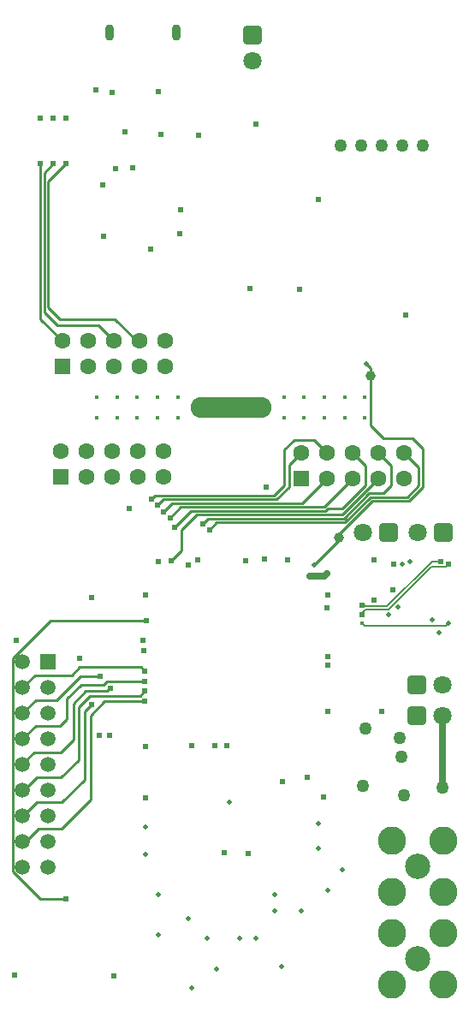
<source format=gbl>
G04*
G04 #@! TF.GenerationSoftware,Altium Limited,Altium Designer,20.0.13 (296)*
G04*
G04 Layer_Physical_Order=4*
G04 Layer_Color=16711680*
%FSLAX25Y25*%
%MOIN*%
G70*
G01*
G75*
%ADD10C,0.01000*%
%ADD63C,0.01025*%
%ADD64C,0.00500*%
%ADD69C,0.03937*%
%ADD93C,0.02500*%
G04:AMPARAMS|DCode=97|XSize=70.87mil|YSize=70.87mil|CornerRadius=8.86mil|HoleSize=0mil|Usage=FLASHONLY|Rotation=0.000|XOffset=0mil|YOffset=0mil|HoleType=Round|Shape=RoundedRectangle|*
%AMROUNDEDRECTD97*
21,1,0.07087,0.05315,0,0,0.0*
21,1,0.05315,0.07087,0,0,0.0*
1,1,0.01772,0.02657,-0.02657*
1,1,0.01772,-0.02657,-0.02657*
1,1,0.01772,-0.02657,0.02657*
1,1,0.01772,0.02657,0.02657*
%
%ADD97ROUNDEDRECTD97*%
%ADD98C,0.07087*%
%ADD99C,0.09843*%
%ADD100C,0.11024*%
%ADD101C,0.01575*%
%ADD102O,0.31496X0.08268*%
%ADD103O,0.03543X0.06299*%
%ADD104C,0.05906*%
%ADD105R,0.05906X0.05906*%
%ADD106C,0.06299*%
%ADD107R,0.06299X0.06299*%
G04:AMPARAMS|DCode=108|XSize=70.87mil|YSize=70.87mil|CornerRadius=8.86mil|HoleSize=0mil|Usage=FLASHONLY|Rotation=270.000|XOffset=0mil|YOffset=0mil|HoleType=Round|Shape=RoundedRectangle|*
%AMROUNDEDRECTD108*
21,1,0.07087,0.05315,0,0,270.0*
21,1,0.05315,0.07087,0,0,270.0*
1,1,0.01772,-0.02657,-0.02657*
1,1,0.01772,-0.02657,0.02657*
1,1,0.01772,0.02657,0.02657*
1,1,0.01772,0.02657,-0.02657*
%
%ADD108ROUNDEDRECTD108*%
%ADD109C,0.02400*%
%ADD110C,0.02000*%
%ADD111C,0.01968*%
%ADD112C,0.05000*%
%ADD113C,0.01772*%
D10*
X3547Y59363D02*
X14210Y48700D01*
X24400D01*
X18205Y157295D02*
X55795D01*
X3547Y142637D02*
X18205Y157295D01*
X3547Y59363D02*
Y142637D01*
X143100Y233200D02*
X148000Y228300D01*
X141500Y257200D02*
X143100Y255600D01*
Y233200D02*
Y255600D01*
X148000Y228300D02*
X159200D01*
X163300Y224200D01*
X157921Y203800D02*
X163300Y209179D01*
Y224200D01*
X130692Y190807D02*
X143685Y203800D01*
X157921D01*
X121000Y178700D02*
X130692Y188392D01*
Y190807D01*
X17500Y279000D02*
X21875Y274625D01*
X43375D01*
X17500Y279000D02*
Y328000D01*
X21000Y272000D02*
X37000D01*
X16000Y277000D02*
Y331500D01*
Y277000D02*
X21000Y272000D01*
X43375Y274625D02*
X52000Y266000D01*
X17500Y328000D02*
X24500Y335000D01*
X16000Y331500D02*
X19500Y335000D01*
X37000Y272000D02*
X43000Y266000D01*
X43000D01*
X52000D02*
X53000D01*
X14500Y274500D02*
X23000Y266000D01*
X14500Y274500D02*
Y335000D01*
X73000Y199900D02*
X125521D01*
X132100Y200700D02*
X141100Y209700D01*
X66600Y193500D02*
X73000Y199900D01*
X126321Y200700D02*
X132100D01*
X125521Y199900D02*
X126321Y200700D01*
X80200Y192500D02*
X83100Y195400D01*
X133164D01*
X143064Y205300D01*
X79792Y196900D02*
X132543D01*
X77796Y194904D02*
X79792Y196900D01*
X132543D02*
X142443Y206800D01*
X69331Y192532D02*
X75199Y198400D01*
X131921D01*
X142600Y209079D01*
X69100Y201400D02*
X124900D01*
X136000Y212500D01*
X64900Y197200D02*
X69100Y201400D01*
X62483Y204400D02*
X106500D01*
X111350Y209250D02*
Y217850D01*
X106500Y204400D02*
X111350Y209250D01*
X109500Y209900D02*
Y223800D01*
X59175Y205900D02*
X105500D01*
X109500Y209900D01*
X113200Y227500D02*
X121000D01*
X109500Y223800D02*
X113200Y227500D01*
X57687Y204413D02*
X59175Y205900D01*
X60092Y202008D02*
X62483Y204400D01*
X111350Y217850D02*
X116000Y222500D01*
X141100Y209700D02*
Y217400D01*
X143064Y205300D02*
X157300D01*
X161800Y209800D01*
X147900Y206800D02*
X151000Y209900D01*
X142443Y206800D02*
X147900D01*
X161800Y209800D02*
Y216700D01*
X156000Y222500D02*
X161800Y216700D01*
X146000Y222500D02*
X151000Y217500D01*
Y209900D02*
Y217500D01*
X142600Y209100D02*
X146000Y212500D01*
X142600Y209079D02*
Y209100D01*
X62496Y199604D02*
X65792Y202900D01*
X116400D02*
X126000Y212500D01*
X65792Y202900D02*
X116400D01*
X65300Y180500D02*
X69331Y184531D01*
Y192532D01*
X121000Y227500D02*
X126000Y222500D01*
X136000D02*
X141100Y217400D01*
D63*
X29824Y139029D02*
X53671D01*
X55100Y137600D01*
X26596Y135800D02*
X29824Y139029D01*
X20600Y126100D02*
X30095Y135595D01*
X37545D01*
X40500Y133600D02*
X55041D01*
X39088Y132187D02*
X40500Y133600D01*
X30288Y132187D02*
X39088D01*
X13700Y76100D02*
X22600D01*
X8600Y71000D02*
X13700Y76100D01*
X22600D02*
X33900Y87400D01*
X12300Y135800D02*
X26596D01*
X33900Y87400D02*
Y120200D01*
X11900Y105900D02*
X22300D01*
X27200Y110800D02*
Y124900D01*
X22300Y105900D02*
X27200Y110800D01*
X39475Y125775D02*
X55090D01*
X33900Y120200D02*
X39475Y125775D01*
X55090D02*
X55102Y125787D01*
X29300Y123500D02*
X33700Y127900D01*
X53278D02*
X55102Y129724D01*
X33700Y127900D02*
X53278D01*
X7500Y71000D02*
X8600D01*
X22700Y86400D02*
X31600Y95300D01*
X13100Y86400D02*
X22700D01*
X31600Y95300D02*
Y121964D01*
X7900Y91000D02*
X12900Y96000D01*
X22500D02*
X29300Y102800D01*
X12900Y96000D02*
X22500D01*
X7700Y81000D02*
X13100Y86400D01*
X31600Y121964D02*
X34224Y124588D01*
X7500Y81000D02*
X7700D01*
X27200Y124900D02*
X32100Y129800D01*
X40240D02*
X41327Y130887D01*
X32100Y129800D02*
X40240D01*
X29300Y102800D02*
Y123500D01*
X7500Y91000D02*
X7900D01*
X7500Y101000D02*
Y101500D01*
X11900Y105900D01*
X41327Y130887D02*
X41624D01*
X24800Y126700D02*
X30288Y132187D01*
X24800Y118900D02*
Y126700D01*
X7500Y131000D02*
X12300Y135800D01*
X22100Y116200D02*
X24800Y118900D01*
X55041Y133600D02*
X55102Y133661D01*
X12700Y116200D02*
X22100D01*
X7500Y111000D02*
X12700Y116200D01*
X7500Y121000D02*
X12600Y126100D01*
X20600D01*
D64*
X149956Y161600D02*
X166656Y178300D01*
X141158Y161600D02*
X149956D01*
X166656Y178300D02*
X169442D01*
X140608Y161050D02*
X141158Y161600D01*
X140565Y161050D02*
X140608D01*
X139600Y160085D02*
X140565Y161050D01*
X139800Y163000D02*
Y163685D01*
X139965Y163850D01*
X139600Y159600D02*
Y160085D01*
X172202Y178250D02*
X172976Y179024D01*
X169492Y178250D02*
X172202D01*
X169442Y178300D02*
X169492Y178250D01*
X172976Y179024D02*
X173490D01*
X141115Y162700D02*
X149500D01*
X167000Y180200D02*
X170300D01*
X149500Y162700D02*
X167000Y180200D01*
X139965Y163850D02*
X141115Y162700D01*
X140850Y155050D02*
X172350D01*
X139800Y156100D02*
X140850Y155050D01*
X173500Y156200D02*
X173500D01*
X172350Y155050D02*
X173500Y156200D01*
D69*
X130692Y189599D02*
D03*
X142900Y252600D02*
D03*
D93*
X119400Y174500D02*
X125100D01*
X126100Y175500D01*
X171000Y92000D02*
Y120000D01*
D97*
X161000D02*
D03*
X150000Y191500D02*
D03*
X171500D02*
D03*
X161000Y132000D02*
D03*
D98*
X171000Y120000D02*
D03*
X140000Y191500D02*
D03*
X161500D02*
D03*
X171000Y132000D02*
D03*
X97000Y375000D02*
D03*
D99*
X161500Y25500D02*
D03*
Y61500D02*
D03*
D100*
X151500Y15500D02*
D03*
X171500D02*
D03*
X151500Y35500D02*
D03*
X171500D02*
D03*
X151500Y51500D02*
D03*
X171500D02*
D03*
X151500Y71500D02*
D03*
X171500D02*
D03*
D101*
X109252Y244094D02*
D03*
X117126D02*
D03*
X125000D02*
D03*
X132874D02*
D03*
X140748D02*
D03*
Y236221D02*
D03*
X132874D02*
D03*
X125000D02*
D03*
X117126D02*
D03*
X109252D02*
D03*
X36417D02*
D03*
X44291D02*
D03*
X52165D02*
D03*
X60039D02*
D03*
X67913D02*
D03*
Y244094D02*
D03*
X60039D02*
D03*
X52165D02*
D03*
X44291D02*
D03*
X36417D02*
D03*
D102*
X88583Y240158D02*
D03*
D103*
X41508Y386000D02*
D03*
X67492D02*
D03*
D104*
X7500Y71000D02*
D03*
X17500D02*
D03*
Y61000D02*
D03*
X7500D02*
D03*
Y81000D02*
D03*
X17500D02*
D03*
Y111000D02*
D03*
X7500D02*
D03*
X17500Y101000D02*
D03*
X7500D02*
D03*
X17500Y91000D02*
D03*
X7500D02*
D03*
Y121000D02*
D03*
X17500D02*
D03*
X7500Y131000D02*
D03*
X17500D02*
D03*
X7500Y141000D02*
D03*
D105*
X17500D02*
D03*
D106*
X156000Y222500D02*
D03*
X146000D02*
D03*
X156000Y212500D02*
D03*
X146000D02*
D03*
X136000Y222500D02*
D03*
Y212500D02*
D03*
X126000Y222500D02*
D03*
Y212500D02*
D03*
X116000Y222500D02*
D03*
X63000Y266000D02*
D03*
X53000D02*
D03*
X63000Y256000D02*
D03*
X53000D02*
D03*
X43000Y266000D02*
D03*
Y256000D02*
D03*
X33000Y266000D02*
D03*
Y256000D02*
D03*
X23000Y266000D02*
D03*
X62500Y223000D02*
D03*
X52500D02*
D03*
X62500Y213000D02*
D03*
X52500D02*
D03*
X42500Y223000D02*
D03*
Y213000D02*
D03*
X32500Y223000D02*
D03*
Y213000D02*
D03*
X22500Y223000D02*
D03*
D107*
X116000Y212500D02*
D03*
X23000Y256000D02*
D03*
X22500Y213000D02*
D03*
D108*
X97000Y385000D02*
D03*
D109*
X126500Y121700D02*
D03*
X24400Y48700D02*
D03*
X41200Y112400D02*
D03*
X37300Y112600D02*
D03*
X55500Y88000D02*
D03*
X108613Y94413D02*
D03*
X147250Y121950D02*
D03*
X126300Y143300D02*
D03*
X139800Y163000D02*
D03*
X139600Y159600D02*
D03*
X98300Y350600D02*
D03*
X54500Y149600D02*
D03*
X54800Y145500D02*
D03*
X95300Y66500D02*
D03*
X85900Y66800D02*
D03*
X124600Y88500D02*
D03*
X118275Y96100D02*
D03*
X82400Y108400D02*
D03*
X86900D02*
D03*
X73200D02*
D03*
X55500Y108000D02*
D03*
X37545Y135595D02*
D03*
X29600Y142400D02*
D03*
X55500Y167200D02*
D03*
X34500Y166000D02*
D03*
X60500Y180300D02*
D03*
X102200Y209000D02*
D03*
X101800Y181200D02*
D03*
X110600Y180900D02*
D03*
X94200Y180600D02*
D03*
X72100Y178700D02*
D03*
X75800Y180700D02*
D03*
X49000Y200900D02*
D03*
X39000Y306900D02*
D03*
X38600Y326700D02*
D03*
X47300Y347400D02*
D03*
X36100Y363800D02*
D03*
X42200Y362900D02*
D03*
X24300Y352700D02*
D03*
X14500D02*
D03*
X19400D02*
D03*
X69100Y317000D02*
D03*
X68800Y307800D02*
D03*
X57500Y301800D02*
D03*
X96100Y286400D02*
D03*
X115500Y286300D02*
D03*
X122600Y321200D02*
D03*
X43600Y333300D02*
D03*
X50500Y333600D02*
D03*
X61400Y346600D02*
D03*
X75900Y346000D02*
D03*
X60200Y363200D02*
D03*
X4520Y19000D02*
D03*
X43000Y18902D02*
D03*
X156580Y276100D02*
D03*
X126000Y162100D02*
D03*
X144350Y165228D02*
D03*
X152068Y179100D02*
D03*
X144318Y180772D02*
D03*
X151768Y169200D02*
D03*
X126200Y167200D02*
D03*
X126300Y139700D02*
D03*
X173490Y179024D02*
D03*
X170300Y180200D02*
D03*
X5000Y149500D02*
D03*
X55795Y157295D02*
D03*
X24500Y335000D02*
D03*
X19500Y335000D02*
D03*
X14500Y335000D02*
D03*
X77796Y194904D02*
D03*
X80200Y192500D02*
D03*
X65300Y180500D02*
D03*
X66600Y193500D02*
D03*
X57687Y204413D02*
D03*
X60092Y202008D02*
D03*
X62496Y199604D02*
D03*
X64900Y197200D02*
D03*
X34224Y124588D02*
D03*
X41624Y130887D02*
D03*
X55102Y125787D02*
D03*
Y129724D02*
D03*
Y133661D02*
D03*
X55100Y137600D02*
D03*
D110*
X115900Y44100D02*
D03*
X131900Y60200D02*
D03*
X108400Y22600D02*
D03*
X83125Y21346D02*
D03*
X126500Y52300D02*
D03*
X122700Y78300D02*
D03*
Y68500D02*
D03*
X55500Y76800D02*
D03*
Y66100D02*
D03*
X105600Y50400D02*
D03*
X158300Y180200D02*
D03*
X155300Y179100D02*
D03*
X169800Y152600D02*
D03*
X166900Y157600D02*
D03*
X105600Y44100D02*
D03*
X92100Y33500D02*
D03*
X98400Y33400D02*
D03*
X73300Y14300D02*
D03*
X79500Y33600D02*
D03*
X72100Y41100D02*
D03*
X60200Y34700D02*
D03*
X60500Y50500D02*
D03*
X119400Y174500D02*
D03*
X126100Y175500D02*
D03*
X87900Y86400D02*
D03*
X141500Y257200D02*
D03*
X121000Y178700D02*
D03*
D111*
X150100Y159500D02*
D03*
X153800Y162600D02*
D03*
X173500Y156200D02*
D03*
D112*
X163200Y342300D02*
D03*
X155225D02*
D03*
X147250D02*
D03*
X139275D02*
D03*
X131300D02*
D03*
X154400Y111400D02*
D03*
X154900Y104100D02*
D03*
X156000Y89000D02*
D03*
X141000Y115000D02*
D03*
X139867Y92795D02*
D03*
X171000Y92000D02*
D03*
D113*
X139800Y156100D02*
D03*
M02*

</source>
